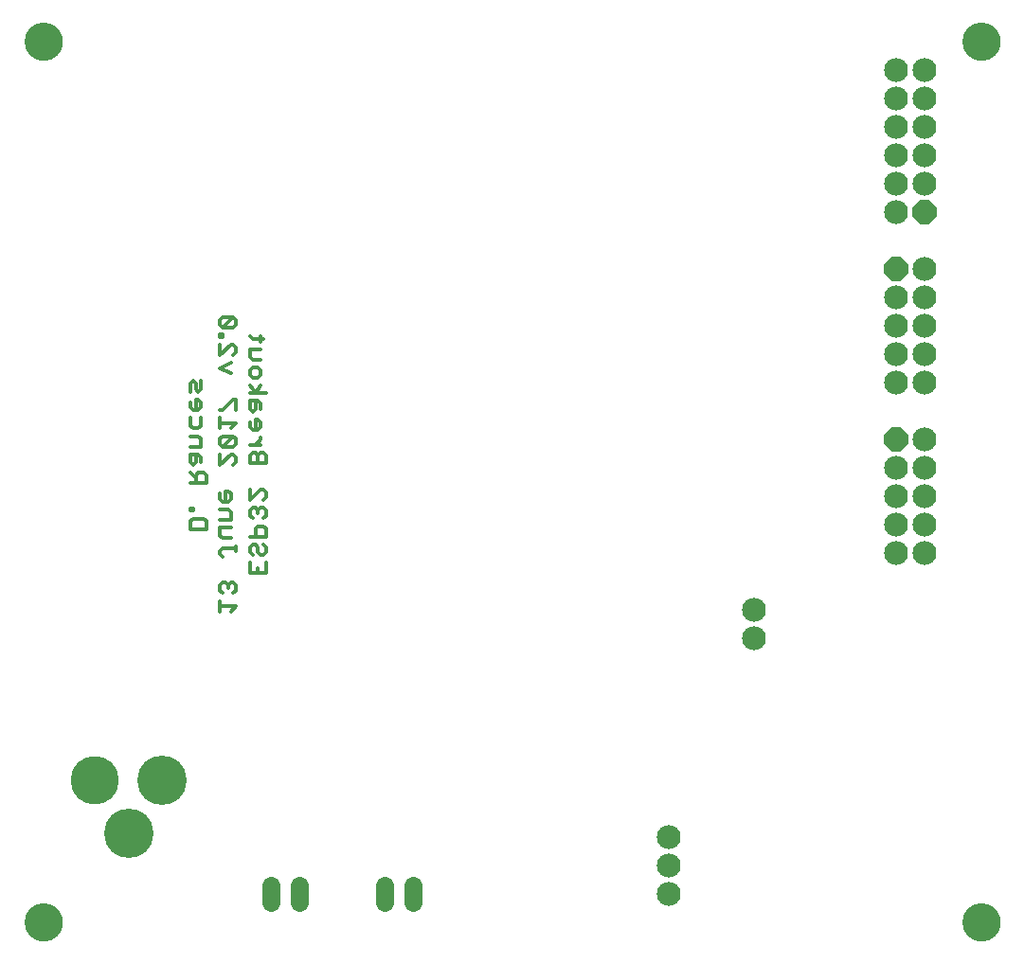
<source format=gbs>
G75*
%MOIN*%
%OFA0B0*%
%FSLAX25Y25*%
%IPPOS*%
%LPD*%
%AMOC8*
5,1,8,0,0,1.08239X$1,22.5*
%
%ADD10C,0.01400*%
%ADD11C,0.17392*%
%ADD12C,0.16998*%
%ADD13C,0.00000*%
%ADD14C,0.13392*%
%ADD15OC8,0.08400*%
%ADD16C,0.08400*%
%ADD17C,0.06400*%
D10*
X0106133Y0158235D02*
X0106133Y0161971D01*
X0106133Y0160103D02*
X0111738Y0160103D01*
X0109870Y0158235D01*
X0110804Y0164680D02*
X0111738Y0165614D01*
X0111738Y0167483D01*
X0110804Y0168417D01*
X0109870Y0168417D01*
X0108935Y0167483D01*
X0108001Y0168417D01*
X0107067Y0168417D01*
X0106133Y0167483D01*
X0106133Y0165614D01*
X0107067Y0164680D01*
X0108935Y0166549D02*
X0108935Y0167483D01*
X0116633Y0171663D02*
X0116633Y0175400D01*
X0117567Y0178109D02*
X0116633Y0179043D01*
X0116633Y0180911D01*
X0117567Y0181845D01*
X0118501Y0181845D01*
X0119435Y0180911D01*
X0119435Y0179043D01*
X0120370Y0178109D01*
X0121304Y0178109D01*
X0122238Y0179043D01*
X0122238Y0180911D01*
X0121304Y0181845D01*
X0122238Y0184554D02*
X0116633Y0184554D01*
X0118501Y0184554D02*
X0118501Y0187356D01*
X0119435Y0188291D01*
X0121304Y0188291D01*
X0122238Y0187356D01*
X0122238Y0184554D01*
X0121304Y0190999D02*
X0122238Y0191934D01*
X0122238Y0193802D01*
X0121304Y0194736D01*
X0120370Y0194736D01*
X0119435Y0193802D01*
X0118501Y0194736D01*
X0117567Y0194736D01*
X0116633Y0193802D01*
X0116633Y0191934D01*
X0117567Y0190999D01*
X0119435Y0192868D02*
X0119435Y0193802D01*
X0121304Y0197445D02*
X0122238Y0198379D01*
X0122238Y0200247D01*
X0121304Y0201182D01*
X0120370Y0201182D01*
X0116633Y0197445D01*
X0116633Y0201182D01*
X0109870Y0199710D02*
X0109870Y0197842D01*
X0108935Y0196908D01*
X0107067Y0196908D01*
X0106133Y0197842D01*
X0106133Y0199710D01*
X0108001Y0200644D02*
X0108001Y0196908D01*
X0108935Y0194199D02*
X0106133Y0194199D01*
X0108935Y0194199D02*
X0109870Y0193265D01*
X0109870Y0190462D01*
X0106133Y0190462D01*
X0106133Y0187753D02*
X0109870Y0187753D01*
X0109870Y0184017D02*
X0107067Y0184017D01*
X0106133Y0184951D01*
X0106133Y0187753D01*
X0101238Y0187240D02*
X0101238Y0190042D01*
X0100304Y0190976D01*
X0096567Y0190976D01*
X0095633Y0190042D01*
X0095633Y0187240D01*
X0101238Y0187240D01*
X0096567Y0193685D02*
X0096567Y0194619D01*
X0095633Y0194619D01*
X0095633Y0193685D01*
X0096567Y0193685D01*
X0108001Y0200644D02*
X0108935Y0200644D01*
X0109870Y0199710D01*
X0101238Y0203353D02*
X0101238Y0206156D01*
X0100304Y0207090D01*
X0098435Y0207090D01*
X0097501Y0206156D01*
X0097501Y0203353D01*
X0095633Y0203353D02*
X0101238Y0203353D01*
X0097501Y0205222D02*
X0095633Y0207090D01*
X0096567Y0209799D02*
X0095633Y0210733D01*
X0095633Y0213535D01*
X0098435Y0213535D01*
X0099370Y0212601D01*
X0099370Y0210733D01*
X0097501Y0210733D02*
X0097501Y0213535D01*
X0097501Y0210733D02*
X0096567Y0209799D01*
X0095633Y0216244D02*
X0099370Y0216244D01*
X0099370Y0219047D01*
X0098435Y0219981D01*
X0095633Y0219981D01*
X0096567Y0222690D02*
X0095633Y0223624D01*
X0095633Y0226426D01*
X0096567Y0229135D02*
X0095633Y0230070D01*
X0095633Y0231938D01*
X0097501Y0232872D02*
X0097501Y0229135D01*
X0096567Y0229135D02*
X0098435Y0229135D01*
X0099370Y0230070D01*
X0099370Y0231938D01*
X0098435Y0232872D01*
X0097501Y0232872D01*
X0098435Y0235581D02*
X0099370Y0236515D01*
X0099370Y0239317D01*
X0097501Y0238383D02*
X0097501Y0236515D01*
X0098435Y0235581D01*
X0095633Y0235581D02*
X0095633Y0238383D01*
X0096567Y0239317D01*
X0097501Y0238383D01*
X0106133Y0243895D02*
X0109870Y0245763D01*
X0110804Y0248472D02*
X0111738Y0249406D01*
X0111738Y0251274D01*
X0110804Y0252208D01*
X0109870Y0252208D01*
X0106133Y0248472D01*
X0106133Y0252208D01*
X0106133Y0254917D02*
X0106133Y0255851D01*
X0107067Y0255851D01*
X0107067Y0254917D01*
X0106133Y0254917D01*
X0107067Y0258140D02*
X0110804Y0261877D01*
X0107067Y0261877D01*
X0106133Y0260942D01*
X0106133Y0259074D01*
X0107067Y0258140D01*
X0110804Y0258140D01*
X0111738Y0259074D01*
X0111738Y0260942D01*
X0110804Y0261877D01*
X0116633Y0255174D02*
X0117567Y0254240D01*
X0121304Y0254240D01*
X0120370Y0253306D02*
X0120370Y0255174D01*
X0120370Y0250597D02*
X0116633Y0250597D01*
X0116633Y0247795D01*
X0117567Y0246860D01*
X0120370Y0246860D01*
X0119435Y0244151D02*
X0120370Y0243217D01*
X0120370Y0241349D01*
X0119435Y0240415D01*
X0117567Y0240415D01*
X0116633Y0241349D01*
X0116633Y0243217D01*
X0117567Y0244151D01*
X0119435Y0244151D01*
X0120370Y0237846D02*
X0118501Y0235044D01*
X0116633Y0237846D01*
X0116633Y0235044D02*
X0122238Y0235044D01*
X0119435Y0232335D02*
X0120370Y0231401D01*
X0120370Y0229532D01*
X0118501Y0229532D02*
X0118501Y0232335D01*
X0119435Y0232335D02*
X0116633Y0232335D01*
X0116633Y0229532D01*
X0117567Y0228598D01*
X0118501Y0229532D01*
X0118501Y0225889D02*
X0118501Y0222153D01*
X0117567Y0222153D02*
X0119435Y0222153D01*
X0120370Y0223087D01*
X0120370Y0224955D01*
X0119435Y0225889D01*
X0118501Y0225889D01*
X0116633Y0224955D02*
X0116633Y0223087D01*
X0117567Y0222153D01*
X0120370Y0219584D02*
X0120370Y0218650D01*
X0118501Y0216781D01*
X0116633Y0216781D02*
X0120370Y0216781D01*
X0120370Y0214073D02*
X0119435Y0213138D01*
X0119435Y0210336D01*
X0116633Y0210336D02*
X0116633Y0213138D01*
X0117567Y0214073D01*
X0118501Y0214073D01*
X0119435Y0213138D01*
X0120370Y0214073D02*
X0121304Y0214073D01*
X0122238Y0213138D01*
X0122238Y0210336D01*
X0116633Y0210336D01*
X0111738Y0210733D02*
X0110804Y0209799D01*
X0111738Y0210733D02*
X0111738Y0212601D01*
X0110804Y0213535D01*
X0109870Y0213535D01*
X0106133Y0209799D01*
X0106133Y0213535D01*
X0107067Y0216244D02*
X0110804Y0219981D01*
X0107067Y0219981D01*
X0106133Y0219047D01*
X0106133Y0217178D01*
X0107067Y0216244D01*
X0110804Y0216244D01*
X0111738Y0217178D01*
X0111738Y0219047D01*
X0110804Y0219981D01*
X0109870Y0222690D02*
X0111738Y0224558D01*
X0106133Y0224558D01*
X0106133Y0222690D02*
X0106133Y0226426D01*
X0106133Y0229135D02*
X0107067Y0229135D01*
X0110804Y0232872D01*
X0111738Y0232872D01*
X0111738Y0229135D01*
X0099370Y0226426D02*
X0099370Y0223624D01*
X0098435Y0222690D01*
X0096567Y0222690D01*
X0106133Y0243895D02*
X0109870Y0242026D01*
X0111738Y0181308D02*
X0111738Y0179440D01*
X0111738Y0180374D02*
X0107067Y0180374D01*
X0106133Y0179440D01*
X0106133Y0178505D01*
X0107067Y0177571D01*
X0116633Y0171663D02*
X0122238Y0171663D01*
X0122238Y0175400D01*
X0119435Y0173531D02*
X0119435Y0171663D01*
D11*
X0085744Y0098933D03*
X0073933Y0080035D03*
D12*
X0062122Y0098933D03*
D13*
X0037437Y0048933D02*
X0037439Y0049094D01*
X0037445Y0049254D01*
X0037455Y0049415D01*
X0037469Y0049575D01*
X0037487Y0049734D01*
X0037508Y0049894D01*
X0037534Y0050052D01*
X0037564Y0050210D01*
X0037597Y0050367D01*
X0037635Y0050524D01*
X0037676Y0050679D01*
X0037721Y0050833D01*
X0037770Y0050986D01*
X0037823Y0051138D01*
X0037879Y0051288D01*
X0037939Y0051437D01*
X0038003Y0051585D01*
X0038070Y0051731D01*
X0038141Y0051875D01*
X0038216Y0052017D01*
X0038294Y0052158D01*
X0038375Y0052296D01*
X0038460Y0052433D01*
X0038549Y0052567D01*
X0038640Y0052699D01*
X0038735Y0052829D01*
X0038833Y0052956D01*
X0038934Y0053081D01*
X0039038Y0053204D01*
X0039145Y0053323D01*
X0039255Y0053440D01*
X0039368Y0053555D01*
X0039484Y0053666D01*
X0039602Y0053775D01*
X0039723Y0053880D01*
X0039847Y0053983D01*
X0039973Y0054083D01*
X0040102Y0054179D01*
X0040233Y0054272D01*
X0040366Y0054362D01*
X0040501Y0054449D01*
X0040639Y0054532D01*
X0040778Y0054611D01*
X0040920Y0054688D01*
X0041063Y0054761D01*
X0041208Y0054830D01*
X0041355Y0054895D01*
X0041503Y0054957D01*
X0041653Y0055016D01*
X0041804Y0055070D01*
X0041956Y0055121D01*
X0042110Y0055168D01*
X0042265Y0055211D01*
X0042420Y0055250D01*
X0042577Y0055286D01*
X0042735Y0055318D01*
X0042893Y0055345D01*
X0043052Y0055369D01*
X0043211Y0055389D01*
X0043371Y0055405D01*
X0043532Y0055417D01*
X0043692Y0055425D01*
X0043853Y0055429D01*
X0044013Y0055429D01*
X0044174Y0055425D01*
X0044334Y0055417D01*
X0044495Y0055405D01*
X0044655Y0055389D01*
X0044814Y0055369D01*
X0044973Y0055345D01*
X0045131Y0055318D01*
X0045289Y0055286D01*
X0045446Y0055250D01*
X0045601Y0055211D01*
X0045756Y0055168D01*
X0045910Y0055121D01*
X0046062Y0055070D01*
X0046213Y0055016D01*
X0046363Y0054957D01*
X0046511Y0054895D01*
X0046658Y0054830D01*
X0046803Y0054761D01*
X0046946Y0054688D01*
X0047088Y0054611D01*
X0047227Y0054532D01*
X0047365Y0054449D01*
X0047500Y0054362D01*
X0047633Y0054272D01*
X0047764Y0054179D01*
X0047893Y0054083D01*
X0048019Y0053983D01*
X0048143Y0053880D01*
X0048264Y0053775D01*
X0048382Y0053666D01*
X0048498Y0053555D01*
X0048611Y0053440D01*
X0048721Y0053323D01*
X0048828Y0053204D01*
X0048932Y0053081D01*
X0049033Y0052956D01*
X0049131Y0052829D01*
X0049226Y0052699D01*
X0049317Y0052567D01*
X0049406Y0052433D01*
X0049491Y0052296D01*
X0049572Y0052158D01*
X0049650Y0052017D01*
X0049725Y0051875D01*
X0049796Y0051731D01*
X0049863Y0051585D01*
X0049927Y0051437D01*
X0049987Y0051288D01*
X0050043Y0051138D01*
X0050096Y0050986D01*
X0050145Y0050833D01*
X0050190Y0050679D01*
X0050231Y0050524D01*
X0050269Y0050367D01*
X0050302Y0050210D01*
X0050332Y0050052D01*
X0050358Y0049894D01*
X0050379Y0049734D01*
X0050397Y0049575D01*
X0050411Y0049415D01*
X0050421Y0049254D01*
X0050427Y0049094D01*
X0050429Y0048933D01*
X0050427Y0048772D01*
X0050421Y0048612D01*
X0050411Y0048451D01*
X0050397Y0048291D01*
X0050379Y0048132D01*
X0050358Y0047972D01*
X0050332Y0047814D01*
X0050302Y0047656D01*
X0050269Y0047499D01*
X0050231Y0047342D01*
X0050190Y0047187D01*
X0050145Y0047033D01*
X0050096Y0046880D01*
X0050043Y0046728D01*
X0049987Y0046578D01*
X0049927Y0046429D01*
X0049863Y0046281D01*
X0049796Y0046135D01*
X0049725Y0045991D01*
X0049650Y0045849D01*
X0049572Y0045708D01*
X0049491Y0045570D01*
X0049406Y0045433D01*
X0049317Y0045299D01*
X0049226Y0045167D01*
X0049131Y0045037D01*
X0049033Y0044910D01*
X0048932Y0044785D01*
X0048828Y0044662D01*
X0048721Y0044543D01*
X0048611Y0044426D01*
X0048498Y0044311D01*
X0048382Y0044200D01*
X0048264Y0044091D01*
X0048143Y0043986D01*
X0048019Y0043883D01*
X0047893Y0043783D01*
X0047764Y0043687D01*
X0047633Y0043594D01*
X0047500Y0043504D01*
X0047365Y0043417D01*
X0047227Y0043334D01*
X0047088Y0043255D01*
X0046946Y0043178D01*
X0046803Y0043105D01*
X0046658Y0043036D01*
X0046511Y0042971D01*
X0046363Y0042909D01*
X0046213Y0042850D01*
X0046062Y0042796D01*
X0045910Y0042745D01*
X0045756Y0042698D01*
X0045601Y0042655D01*
X0045446Y0042616D01*
X0045289Y0042580D01*
X0045131Y0042548D01*
X0044973Y0042521D01*
X0044814Y0042497D01*
X0044655Y0042477D01*
X0044495Y0042461D01*
X0044334Y0042449D01*
X0044174Y0042441D01*
X0044013Y0042437D01*
X0043853Y0042437D01*
X0043692Y0042441D01*
X0043532Y0042449D01*
X0043371Y0042461D01*
X0043211Y0042477D01*
X0043052Y0042497D01*
X0042893Y0042521D01*
X0042735Y0042548D01*
X0042577Y0042580D01*
X0042420Y0042616D01*
X0042265Y0042655D01*
X0042110Y0042698D01*
X0041956Y0042745D01*
X0041804Y0042796D01*
X0041653Y0042850D01*
X0041503Y0042909D01*
X0041355Y0042971D01*
X0041208Y0043036D01*
X0041063Y0043105D01*
X0040920Y0043178D01*
X0040778Y0043255D01*
X0040639Y0043334D01*
X0040501Y0043417D01*
X0040366Y0043504D01*
X0040233Y0043594D01*
X0040102Y0043687D01*
X0039973Y0043783D01*
X0039847Y0043883D01*
X0039723Y0043986D01*
X0039602Y0044091D01*
X0039484Y0044200D01*
X0039368Y0044311D01*
X0039255Y0044426D01*
X0039145Y0044543D01*
X0039038Y0044662D01*
X0038934Y0044785D01*
X0038833Y0044910D01*
X0038735Y0045037D01*
X0038640Y0045167D01*
X0038549Y0045299D01*
X0038460Y0045433D01*
X0038375Y0045570D01*
X0038294Y0045708D01*
X0038216Y0045849D01*
X0038141Y0045991D01*
X0038070Y0046135D01*
X0038003Y0046281D01*
X0037939Y0046429D01*
X0037879Y0046578D01*
X0037823Y0046728D01*
X0037770Y0046880D01*
X0037721Y0047033D01*
X0037676Y0047187D01*
X0037635Y0047342D01*
X0037597Y0047499D01*
X0037564Y0047656D01*
X0037534Y0047814D01*
X0037508Y0047972D01*
X0037487Y0048132D01*
X0037469Y0048291D01*
X0037455Y0048451D01*
X0037445Y0048612D01*
X0037439Y0048772D01*
X0037437Y0048933D01*
X0037437Y0358933D02*
X0037439Y0359094D01*
X0037445Y0359254D01*
X0037455Y0359415D01*
X0037469Y0359575D01*
X0037487Y0359734D01*
X0037508Y0359894D01*
X0037534Y0360052D01*
X0037564Y0360210D01*
X0037597Y0360367D01*
X0037635Y0360524D01*
X0037676Y0360679D01*
X0037721Y0360833D01*
X0037770Y0360986D01*
X0037823Y0361138D01*
X0037879Y0361288D01*
X0037939Y0361437D01*
X0038003Y0361585D01*
X0038070Y0361731D01*
X0038141Y0361875D01*
X0038216Y0362017D01*
X0038294Y0362158D01*
X0038375Y0362296D01*
X0038460Y0362433D01*
X0038549Y0362567D01*
X0038640Y0362699D01*
X0038735Y0362829D01*
X0038833Y0362956D01*
X0038934Y0363081D01*
X0039038Y0363204D01*
X0039145Y0363323D01*
X0039255Y0363440D01*
X0039368Y0363555D01*
X0039484Y0363666D01*
X0039602Y0363775D01*
X0039723Y0363880D01*
X0039847Y0363983D01*
X0039973Y0364083D01*
X0040102Y0364179D01*
X0040233Y0364272D01*
X0040366Y0364362D01*
X0040501Y0364449D01*
X0040639Y0364532D01*
X0040778Y0364611D01*
X0040920Y0364688D01*
X0041063Y0364761D01*
X0041208Y0364830D01*
X0041355Y0364895D01*
X0041503Y0364957D01*
X0041653Y0365016D01*
X0041804Y0365070D01*
X0041956Y0365121D01*
X0042110Y0365168D01*
X0042265Y0365211D01*
X0042420Y0365250D01*
X0042577Y0365286D01*
X0042735Y0365318D01*
X0042893Y0365345D01*
X0043052Y0365369D01*
X0043211Y0365389D01*
X0043371Y0365405D01*
X0043532Y0365417D01*
X0043692Y0365425D01*
X0043853Y0365429D01*
X0044013Y0365429D01*
X0044174Y0365425D01*
X0044334Y0365417D01*
X0044495Y0365405D01*
X0044655Y0365389D01*
X0044814Y0365369D01*
X0044973Y0365345D01*
X0045131Y0365318D01*
X0045289Y0365286D01*
X0045446Y0365250D01*
X0045601Y0365211D01*
X0045756Y0365168D01*
X0045910Y0365121D01*
X0046062Y0365070D01*
X0046213Y0365016D01*
X0046363Y0364957D01*
X0046511Y0364895D01*
X0046658Y0364830D01*
X0046803Y0364761D01*
X0046946Y0364688D01*
X0047088Y0364611D01*
X0047227Y0364532D01*
X0047365Y0364449D01*
X0047500Y0364362D01*
X0047633Y0364272D01*
X0047764Y0364179D01*
X0047893Y0364083D01*
X0048019Y0363983D01*
X0048143Y0363880D01*
X0048264Y0363775D01*
X0048382Y0363666D01*
X0048498Y0363555D01*
X0048611Y0363440D01*
X0048721Y0363323D01*
X0048828Y0363204D01*
X0048932Y0363081D01*
X0049033Y0362956D01*
X0049131Y0362829D01*
X0049226Y0362699D01*
X0049317Y0362567D01*
X0049406Y0362433D01*
X0049491Y0362296D01*
X0049572Y0362158D01*
X0049650Y0362017D01*
X0049725Y0361875D01*
X0049796Y0361731D01*
X0049863Y0361585D01*
X0049927Y0361437D01*
X0049987Y0361288D01*
X0050043Y0361138D01*
X0050096Y0360986D01*
X0050145Y0360833D01*
X0050190Y0360679D01*
X0050231Y0360524D01*
X0050269Y0360367D01*
X0050302Y0360210D01*
X0050332Y0360052D01*
X0050358Y0359894D01*
X0050379Y0359734D01*
X0050397Y0359575D01*
X0050411Y0359415D01*
X0050421Y0359254D01*
X0050427Y0359094D01*
X0050429Y0358933D01*
X0050427Y0358772D01*
X0050421Y0358612D01*
X0050411Y0358451D01*
X0050397Y0358291D01*
X0050379Y0358132D01*
X0050358Y0357972D01*
X0050332Y0357814D01*
X0050302Y0357656D01*
X0050269Y0357499D01*
X0050231Y0357342D01*
X0050190Y0357187D01*
X0050145Y0357033D01*
X0050096Y0356880D01*
X0050043Y0356728D01*
X0049987Y0356578D01*
X0049927Y0356429D01*
X0049863Y0356281D01*
X0049796Y0356135D01*
X0049725Y0355991D01*
X0049650Y0355849D01*
X0049572Y0355708D01*
X0049491Y0355570D01*
X0049406Y0355433D01*
X0049317Y0355299D01*
X0049226Y0355167D01*
X0049131Y0355037D01*
X0049033Y0354910D01*
X0048932Y0354785D01*
X0048828Y0354662D01*
X0048721Y0354543D01*
X0048611Y0354426D01*
X0048498Y0354311D01*
X0048382Y0354200D01*
X0048264Y0354091D01*
X0048143Y0353986D01*
X0048019Y0353883D01*
X0047893Y0353783D01*
X0047764Y0353687D01*
X0047633Y0353594D01*
X0047500Y0353504D01*
X0047365Y0353417D01*
X0047227Y0353334D01*
X0047088Y0353255D01*
X0046946Y0353178D01*
X0046803Y0353105D01*
X0046658Y0353036D01*
X0046511Y0352971D01*
X0046363Y0352909D01*
X0046213Y0352850D01*
X0046062Y0352796D01*
X0045910Y0352745D01*
X0045756Y0352698D01*
X0045601Y0352655D01*
X0045446Y0352616D01*
X0045289Y0352580D01*
X0045131Y0352548D01*
X0044973Y0352521D01*
X0044814Y0352497D01*
X0044655Y0352477D01*
X0044495Y0352461D01*
X0044334Y0352449D01*
X0044174Y0352441D01*
X0044013Y0352437D01*
X0043853Y0352437D01*
X0043692Y0352441D01*
X0043532Y0352449D01*
X0043371Y0352461D01*
X0043211Y0352477D01*
X0043052Y0352497D01*
X0042893Y0352521D01*
X0042735Y0352548D01*
X0042577Y0352580D01*
X0042420Y0352616D01*
X0042265Y0352655D01*
X0042110Y0352698D01*
X0041956Y0352745D01*
X0041804Y0352796D01*
X0041653Y0352850D01*
X0041503Y0352909D01*
X0041355Y0352971D01*
X0041208Y0353036D01*
X0041063Y0353105D01*
X0040920Y0353178D01*
X0040778Y0353255D01*
X0040639Y0353334D01*
X0040501Y0353417D01*
X0040366Y0353504D01*
X0040233Y0353594D01*
X0040102Y0353687D01*
X0039973Y0353783D01*
X0039847Y0353883D01*
X0039723Y0353986D01*
X0039602Y0354091D01*
X0039484Y0354200D01*
X0039368Y0354311D01*
X0039255Y0354426D01*
X0039145Y0354543D01*
X0039038Y0354662D01*
X0038934Y0354785D01*
X0038833Y0354910D01*
X0038735Y0355037D01*
X0038640Y0355167D01*
X0038549Y0355299D01*
X0038460Y0355433D01*
X0038375Y0355570D01*
X0038294Y0355708D01*
X0038216Y0355849D01*
X0038141Y0355991D01*
X0038070Y0356135D01*
X0038003Y0356281D01*
X0037939Y0356429D01*
X0037879Y0356578D01*
X0037823Y0356728D01*
X0037770Y0356880D01*
X0037721Y0357033D01*
X0037676Y0357187D01*
X0037635Y0357342D01*
X0037597Y0357499D01*
X0037564Y0357656D01*
X0037534Y0357814D01*
X0037508Y0357972D01*
X0037487Y0358132D01*
X0037469Y0358291D01*
X0037455Y0358451D01*
X0037445Y0358612D01*
X0037439Y0358772D01*
X0037437Y0358933D01*
X0367437Y0358933D02*
X0367439Y0359094D01*
X0367445Y0359254D01*
X0367455Y0359415D01*
X0367469Y0359575D01*
X0367487Y0359734D01*
X0367508Y0359894D01*
X0367534Y0360052D01*
X0367564Y0360210D01*
X0367597Y0360367D01*
X0367635Y0360524D01*
X0367676Y0360679D01*
X0367721Y0360833D01*
X0367770Y0360986D01*
X0367823Y0361138D01*
X0367879Y0361288D01*
X0367939Y0361437D01*
X0368003Y0361585D01*
X0368070Y0361731D01*
X0368141Y0361875D01*
X0368216Y0362017D01*
X0368294Y0362158D01*
X0368375Y0362296D01*
X0368460Y0362433D01*
X0368549Y0362567D01*
X0368640Y0362699D01*
X0368735Y0362829D01*
X0368833Y0362956D01*
X0368934Y0363081D01*
X0369038Y0363204D01*
X0369145Y0363323D01*
X0369255Y0363440D01*
X0369368Y0363555D01*
X0369484Y0363666D01*
X0369602Y0363775D01*
X0369723Y0363880D01*
X0369847Y0363983D01*
X0369973Y0364083D01*
X0370102Y0364179D01*
X0370233Y0364272D01*
X0370366Y0364362D01*
X0370501Y0364449D01*
X0370639Y0364532D01*
X0370778Y0364611D01*
X0370920Y0364688D01*
X0371063Y0364761D01*
X0371208Y0364830D01*
X0371355Y0364895D01*
X0371503Y0364957D01*
X0371653Y0365016D01*
X0371804Y0365070D01*
X0371956Y0365121D01*
X0372110Y0365168D01*
X0372265Y0365211D01*
X0372420Y0365250D01*
X0372577Y0365286D01*
X0372735Y0365318D01*
X0372893Y0365345D01*
X0373052Y0365369D01*
X0373211Y0365389D01*
X0373371Y0365405D01*
X0373532Y0365417D01*
X0373692Y0365425D01*
X0373853Y0365429D01*
X0374013Y0365429D01*
X0374174Y0365425D01*
X0374334Y0365417D01*
X0374495Y0365405D01*
X0374655Y0365389D01*
X0374814Y0365369D01*
X0374973Y0365345D01*
X0375131Y0365318D01*
X0375289Y0365286D01*
X0375446Y0365250D01*
X0375601Y0365211D01*
X0375756Y0365168D01*
X0375910Y0365121D01*
X0376062Y0365070D01*
X0376213Y0365016D01*
X0376363Y0364957D01*
X0376511Y0364895D01*
X0376658Y0364830D01*
X0376803Y0364761D01*
X0376946Y0364688D01*
X0377088Y0364611D01*
X0377227Y0364532D01*
X0377365Y0364449D01*
X0377500Y0364362D01*
X0377633Y0364272D01*
X0377764Y0364179D01*
X0377893Y0364083D01*
X0378019Y0363983D01*
X0378143Y0363880D01*
X0378264Y0363775D01*
X0378382Y0363666D01*
X0378498Y0363555D01*
X0378611Y0363440D01*
X0378721Y0363323D01*
X0378828Y0363204D01*
X0378932Y0363081D01*
X0379033Y0362956D01*
X0379131Y0362829D01*
X0379226Y0362699D01*
X0379317Y0362567D01*
X0379406Y0362433D01*
X0379491Y0362296D01*
X0379572Y0362158D01*
X0379650Y0362017D01*
X0379725Y0361875D01*
X0379796Y0361731D01*
X0379863Y0361585D01*
X0379927Y0361437D01*
X0379987Y0361288D01*
X0380043Y0361138D01*
X0380096Y0360986D01*
X0380145Y0360833D01*
X0380190Y0360679D01*
X0380231Y0360524D01*
X0380269Y0360367D01*
X0380302Y0360210D01*
X0380332Y0360052D01*
X0380358Y0359894D01*
X0380379Y0359734D01*
X0380397Y0359575D01*
X0380411Y0359415D01*
X0380421Y0359254D01*
X0380427Y0359094D01*
X0380429Y0358933D01*
X0380427Y0358772D01*
X0380421Y0358612D01*
X0380411Y0358451D01*
X0380397Y0358291D01*
X0380379Y0358132D01*
X0380358Y0357972D01*
X0380332Y0357814D01*
X0380302Y0357656D01*
X0380269Y0357499D01*
X0380231Y0357342D01*
X0380190Y0357187D01*
X0380145Y0357033D01*
X0380096Y0356880D01*
X0380043Y0356728D01*
X0379987Y0356578D01*
X0379927Y0356429D01*
X0379863Y0356281D01*
X0379796Y0356135D01*
X0379725Y0355991D01*
X0379650Y0355849D01*
X0379572Y0355708D01*
X0379491Y0355570D01*
X0379406Y0355433D01*
X0379317Y0355299D01*
X0379226Y0355167D01*
X0379131Y0355037D01*
X0379033Y0354910D01*
X0378932Y0354785D01*
X0378828Y0354662D01*
X0378721Y0354543D01*
X0378611Y0354426D01*
X0378498Y0354311D01*
X0378382Y0354200D01*
X0378264Y0354091D01*
X0378143Y0353986D01*
X0378019Y0353883D01*
X0377893Y0353783D01*
X0377764Y0353687D01*
X0377633Y0353594D01*
X0377500Y0353504D01*
X0377365Y0353417D01*
X0377227Y0353334D01*
X0377088Y0353255D01*
X0376946Y0353178D01*
X0376803Y0353105D01*
X0376658Y0353036D01*
X0376511Y0352971D01*
X0376363Y0352909D01*
X0376213Y0352850D01*
X0376062Y0352796D01*
X0375910Y0352745D01*
X0375756Y0352698D01*
X0375601Y0352655D01*
X0375446Y0352616D01*
X0375289Y0352580D01*
X0375131Y0352548D01*
X0374973Y0352521D01*
X0374814Y0352497D01*
X0374655Y0352477D01*
X0374495Y0352461D01*
X0374334Y0352449D01*
X0374174Y0352441D01*
X0374013Y0352437D01*
X0373853Y0352437D01*
X0373692Y0352441D01*
X0373532Y0352449D01*
X0373371Y0352461D01*
X0373211Y0352477D01*
X0373052Y0352497D01*
X0372893Y0352521D01*
X0372735Y0352548D01*
X0372577Y0352580D01*
X0372420Y0352616D01*
X0372265Y0352655D01*
X0372110Y0352698D01*
X0371956Y0352745D01*
X0371804Y0352796D01*
X0371653Y0352850D01*
X0371503Y0352909D01*
X0371355Y0352971D01*
X0371208Y0353036D01*
X0371063Y0353105D01*
X0370920Y0353178D01*
X0370778Y0353255D01*
X0370639Y0353334D01*
X0370501Y0353417D01*
X0370366Y0353504D01*
X0370233Y0353594D01*
X0370102Y0353687D01*
X0369973Y0353783D01*
X0369847Y0353883D01*
X0369723Y0353986D01*
X0369602Y0354091D01*
X0369484Y0354200D01*
X0369368Y0354311D01*
X0369255Y0354426D01*
X0369145Y0354543D01*
X0369038Y0354662D01*
X0368934Y0354785D01*
X0368833Y0354910D01*
X0368735Y0355037D01*
X0368640Y0355167D01*
X0368549Y0355299D01*
X0368460Y0355433D01*
X0368375Y0355570D01*
X0368294Y0355708D01*
X0368216Y0355849D01*
X0368141Y0355991D01*
X0368070Y0356135D01*
X0368003Y0356281D01*
X0367939Y0356429D01*
X0367879Y0356578D01*
X0367823Y0356728D01*
X0367770Y0356880D01*
X0367721Y0357033D01*
X0367676Y0357187D01*
X0367635Y0357342D01*
X0367597Y0357499D01*
X0367564Y0357656D01*
X0367534Y0357814D01*
X0367508Y0357972D01*
X0367487Y0358132D01*
X0367469Y0358291D01*
X0367455Y0358451D01*
X0367445Y0358612D01*
X0367439Y0358772D01*
X0367437Y0358933D01*
X0367437Y0048933D02*
X0367439Y0049094D01*
X0367445Y0049254D01*
X0367455Y0049415D01*
X0367469Y0049575D01*
X0367487Y0049734D01*
X0367508Y0049894D01*
X0367534Y0050052D01*
X0367564Y0050210D01*
X0367597Y0050367D01*
X0367635Y0050524D01*
X0367676Y0050679D01*
X0367721Y0050833D01*
X0367770Y0050986D01*
X0367823Y0051138D01*
X0367879Y0051288D01*
X0367939Y0051437D01*
X0368003Y0051585D01*
X0368070Y0051731D01*
X0368141Y0051875D01*
X0368216Y0052017D01*
X0368294Y0052158D01*
X0368375Y0052296D01*
X0368460Y0052433D01*
X0368549Y0052567D01*
X0368640Y0052699D01*
X0368735Y0052829D01*
X0368833Y0052956D01*
X0368934Y0053081D01*
X0369038Y0053204D01*
X0369145Y0053323D01*
X0369255Y0053440D01*
X0369368Y0053555D01*
X0369484Y0053666D01*
X0369602Y0053775D01*
X0369723Y0053880D01*
X0369847Y0053983D01*
X0369973Y0054083D01*
X0370102Y0054179D01*
X0370233Y0054272D01*
X0370366Y0054362D01*
X0370501Y0054449D01*
X0370639Y0054532D01*
X0370778Y0054611D01*
X0370920Y0054688D01*
X0371063Y0054761D01*
X0371208Y0054830D01*
X0371355Y0054895D01*
X0371503Y0054957D01*
X0371653Y0055016D01*
X0371804Y0055070D01*
X0371956Y0055121D01*
X0372110Y0055168D01*
X0372265Y0055211D01*
X0372420Y0055250D01*
X0372577Y0055286D01*
X0372735Y0055318D01*
X0372893Y0055345D01*
X0373052Y0055369D01*
X0373211Y0055389D01*
X0373371Y0055405D01*
X0373532Y0055417D01*
X0373692Y0055425D01*
X0373853Y0055429D01*
X0374013Y0055429D01*
X0374174Y0055425D01*
X0374334Y0055417D01*
X0374495Y0055405D01*
X0374655Y0055389D01*
X0374814Y0055369D01*
X0374973Y0055345D01*
X0375131Y0055318D01*
X0375289Y0055286D01*
X0375446Y0055250D01*
X0375601Y0055211D01*
X0375756Y0055168D01*
X0375910Y0055121D01*
X0376062Y0055070D01*
X0376213Y0055016D01*
X0376363Y0054957D01*
X0376511Y0054895D01*
X0376658Y0054830D01*
X0376803Y0054761D01*
X0376946Y0054688D01*
X0377088Y0054611D01*
X0377227Y0054532D01*
X0377365Y0054449D01*
X0377500Y0054362D01*
X0377633Y0054272D01*
X0377764Y0054179D01*
X0377893Y0054083D01*
X0378019Y0053983D01*
X0378143Y0053880D01*
X0378264Y0053775D01*
X0378382Y0053666D01*
X0378498Y0053555D01*
X0378611Y0053440D01*
X0378721Y0053323D01*
X0378828Y0053204D01*
X0378932Y0053081D01*
X0379033Y0052956D01*
X0379131Y0052829D01*
X0379226Y0052699D01*
X0379317Y0052567D01*
X0379406Y0052433D01*
X0379491Y0052296D01*
X0379572Y0052158D01*
X0379650Y0052017D01*
X0379725Y0051875D01*
X0379796Y0051731D01*
X0379863Y0051585D01*
X0379927Y0051437D01*
X0379987Y0051288D01*
X0380043Y0051138D01*
X0380096Y0050986D01*
X0380145Y0050833D01*
X0380190Y0050679D01*
X0380231Y0050524D01*
X0380269Y0050367D01*
X0380302Y0050210D01*
X0380332Y0050052D01*
X0380358Y0049894D01*
X0380379Y0049734D01*
X0380397Y0049575D01*
X0380411Y0049415D01*
X0380421Y0049254D01*
X0380427Y0049094D01*
X0380429Y0048933D01*
X0380427Y0048772D01*
X0380421Y0048612D01*
X0380411Y0048451D01*
X0380397Y0048291D01*
X0380379Y0048132D01*
X0380358Y0047972D01*
X0380332Y0047814D01*
X0380302Y0047656D01*
X0380269Y0047499D01*
X0380231Y0047342D01*
X0380190Y0047187D01*
X0380145Y0047033D01*
X0380096Y0046880D01*
X0380043Y0046728D01*
X0379987Y0046578D01*
X0379927Y0046429D01*
X0379863Y0046281D01*
X0379796Y0046135D01*
X0379725Y0045991D01*
X0379650Y0045849D01*
X0379572Y0045708D01*
X0379491Y0045570D01*
X0379406Y0045433D01*
X0379317Y0045299D01*
X0379226Y0045167D01*
X0379131Y0045037D01*
X0379033Y0044910D01*
X0378932Y0044785D01*
X0378828Y0044662D01*
X0378721Y0044543D01*
X0378611Y0044426D01*
X0378498Y0044311D01*
X0378382Y0044200D01*
X0378264Y0044091D01*
X0378143Y0043986D01*
X0378019Y0043883D01*
X0377893Y0043783D01*
X0377764Y0043687D01*
X0377633Y0043594D01*
X0377500Y0043504D01*
X0377365Y0043417D01*
X0377227Y0043334D01*
X0377088Y0043255D01*
X0376946Y0043178D01*
X0376803Y0043105D01*
X0376658Y0043036D01*
X0376511Y0042971D01*
X0376363Y0042909D01*
X0376213Y0042850D01*
X0376062Y0042796D01*
X0375910Y0042745D01*
X0375756Y0042698D01*
X0375601Y0042655D01*
X0375446Y0042616D01*
X0375289Y0042580D01*
X0375131Y0042548D01*
X0374973Y0042521D01*
X0374814Y0042497D01*
X0374655Y0042477D01*
X0374495Y0042461D01*
X0374334Y0042449D01*
X0374174Y0042441D01*
X0374013Y0042437D01*
X0373853Y0042437D01*
X0373692Y0042441D01*
X0373532Y0042449D01*
X0373371Y0042461D01*
X0373211Y0042477D01*
X0373052Y0042497D01*
X0372893Y0042521D01*
X0372735Y0042548D01*
X0372577Y0042580D01*
X0372420Y0042616D01*
X0372265Y0042655D01*
X0372110Y0042698D01*
X0371956Y0042745D01*
X0371804Y0042796D01*
X0371653Y0042850D01*
X0371503Y0042909D01*
X0371355Y0042971D01*
X0371208Y0043036D01*
X0371063Y0043105D01*
X0370920Y0043178D01*
X0370778Y0043255D01*
X0370639Y0043334D01*
X0370501Y0043417D01*
X0370366Y0043504D01*
X0370233Y0043594D01*
X0370102Y0043687D01*
X0369973Y0043783D01*
X0369847Y0043883D01*
X0369723Y0043986D01*
X0369602Y0044091D01*
X0369484Y0044200D01*
X0369368Y0044311D01*
X0369255Y0044426D01*
X0369145Y0044543D01*
X0369038Y0044662D01*
X0368934Y0044785D01*
X0368833Y0044910D01*
X0368735Y0045037D01*
X0368640Y0045167D01*
X0368549Y0045299D01*
X0368460Y0045433D01*
X0368375Y0045570D01*
X0368294Y0045708D01*
X0368216Y0045849D01*
X0368141Y0045991D01*
X0368070Y0046135D01*
X0368003Y0046281D01*
X0367939Y0046429D01*
X0367879Y0046578D01*
X0367823Y0046728D01*
X0367770Y0046880D01*
X0367721Y0047033D01*
X0367676Y0047187D01*
X0367635Y0047342D01*
X0367597Y0047499D01*
X0367564Y0047656D01*
X0367534Y0047814D01*
X0367508Y0047972D01*
X0367487Y0048132D01*
X0367469Y0048291D01*
X0367455Y0048451D01*
X0367445Y0048612D01*
X0367439Y0048772D01*
X0367437Y0048933D01*
D14*
X0043933Y0048933D03*
X0043933Y0358933D03*
X0373933Y0358933D03*
X0373933Y0048933D03*
D15*
X0343933Y0218933D03*
X0343933Y0278933D03*
X0353933Y0298933D03*
D16*
X0343933Y0298933D03*
X0343933Y0308933D03*
X0343933Y0318933D03*
X0343933Y0328933D03*
X0343933Y0338933D03*
X0343933Y0348933D03*
X0353933Y0348933D03*
X0353933Y0338933D03*
X0353933Y0328933D03*
X0353933Y0318933D03*
X0353933Y0308933D03*
X0353933Y0278933D03*
X0353933Y0268933D03*
X0353933Y0258933D03*
X0353933Y0248933D03*
X0353933Y0238933D03*
X0343933Y0238933D03*
X0343933Y0248933D03*
X0343933Y0258933D03*
X0343933Y0268933D03*
X0353933Y0218933D03*
X0353933Y0208933D03*
X0353933Y0198933D03*
X0353933Y0188933D03*
X0353933Y0178933D03*
X0343933Y0178933D03*
X0343933Y0188933D03*
X0343933Y0198933D03*
X0343933Y0208933D03*
X0293933Y0158933D03*
X0293933Y0148933D03*
X0263933Y0078933D03*
X0263933Y0068933D03*
X0263933Y0058933D03*
D17*
X0173933Y0055933D02*
X0173933Y0061933D01*
X0163933Y0061933D02*
X0163933Y0055933D01*
X0133933Y0055933D02*
X0133933Y0061933D01*
X0123933Y0061933D02*
X0123933Y0055933D01*
M02*

</source>
